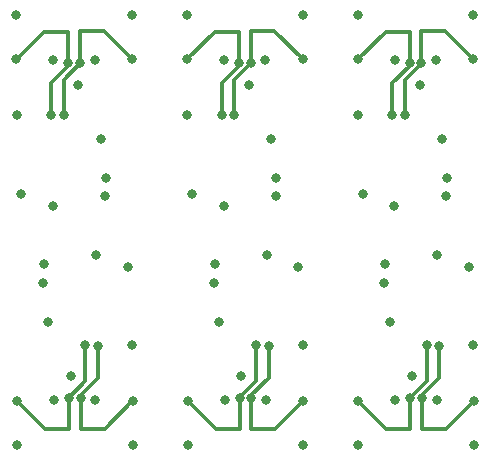
<source format=gbr>
%TF.GenerationSoftware,KiCad,Pcbnew,6.0.9-8da3e8f707~116~ubuntu20.04.1*%
%TF.CreationDate,2022-11-17T11:37:03+01:00*%
%TF.ProjectId,panel_sensor,70616e65-6c5f-4736-956e-736f722e6b69,rev?*%
%TF.SameCoordinates,Original*%
%TF.FileFunction,Copper,L4,Bot*%
%TF.FilePolarity,Positive*%
%FSLAX46Y46*%
G04 Gerber Fmt 4.6, Leading zero omitted, Abs format (unit mm)*
G04 Created by KiCad (PCBNEW 6.0.9-8da3e8f707~116~ubuntu20.04.1) date 2022-11-17 11:37:03*
%MOMM*%
%LPD*%
G01*
G04 APERTURE LIST*
%TA.AperFunction,ViaPad*%
%ADD10C,0.800000*%
%TD*%
%TA.AperFunction,Conductor*%
%ADD11C,0.300000*%
%TD*%
G04 APERTURE END LIST*
D10*
%TO.N,Board_0-+3V3*%
X24340000Y-25960000D03*
X27450000Y-21310000D03*
X27410000Y-33600000D03*
X34090000Y-17510000D03*
X24310000Y-17500000D03*
X31875000Y-31275000D03*
%TO.N,Board_0-GND*%
X24725000Y-32625000D03*
X31804000Y-32824000D03*
X31450000Y-27930000D03*
X29550000Y-23400000D03*
X30950000Y-21300000D03*
%TO.N,Board_0-SCL*%
X34090000Y-21230000D03*
X29700000Y-21500000D03*
X28300000Y-25950000D03*
%TO.N,Board_0-SDA*%
X28700000Y-21500000D03*
X24310000Y-21230000D03*
X27244696Y-25945350D03*
%TO.N,Board_1-+3V3*%
X38790000Y-25960000D03*
X41900000Y-21310000D03*
X41860000Y-33600000D03*
X48540000Y-17510000D03*
X38760000Y-17500000D03*
X46325000Y-31275000D03*
%TO.N,Board_1-GND*%
X39175000Y-32625000D03*
X46254000Y-32824000D03*
X45900000Y-27930000D03*
X44000000Y-23400000D03*
X45400000Y-21300000D03*
%TO.N,Board_1-SCL*%
X48540000Y-21230000D03*
X44150000Y-21500000D03*
X42750000Y-25950000D03*
%TO.N,Board_1-SDA*%
X43150000Y-21500000D03*
X38760000Y-21230000D03*
X41694696Y-25945350D03*
%TO.N,Board_2-+3V3*%
X53240000Y-25960000D03*
X56350000Y-21310000D03*
X56310000Y-33600000D03*
X62990000Y-17510000D03*
X53210000Y-17500000D03*
X60775000Y-31275000D03*
%TO.N,Board_2-GND*%
X53625000Y-32625000D03*
X60704000Y-32824000D03*
X60350000Y-27930000D03*
X58450000Y-23400000D03*
X59850000Y-21300000D03*
%TO.N,Board_2-SCL*%
X62990000Y-21230000D03*
X58600000Y-21500000D03*
X57200000Y-25950000D03*
%TO.N,Board_2-SDA*%
X57600000Y-21500000D03*
X53210000Y-21230000D03*
X56144696Y-25945350D03*
%TO.N,Board_3-+3V3*%
X34110000Y-45440000D03*
X31000000Y-50090000D03*
X31040000Y-37800000D03*
X24360000Y-53890000D03*
X34140000Y-53900000D03*
X26575000Y-40125000D03*
%TO.N,Board_3-GND*%
X33725000Y-38775000D03*
X26646000Y-38576000D03*
X27000000Y-43470000D03*
X28900000Y-48000000D03*
X27500000Y-50100000D03*
%TO.N,Board_3-SCL*%
X24360000Y-50170000D03*
X28750000Y-49900000D03*
X30150000Y-45450000D03*
%TO.N,Board_3-SDA*%
X29750000Y-49900000D03*
X34140000Y-50170000D03*
X31205304Y-45454650D03*
%TO.N,Board_4-+3V3*%
X48560000Y-45440000D03*
X45450000Y-50090000D03*
X45490000Y-37800000D03*
X38810000Y-53890000D03*
X48590000Y-53900000D03*
X41025000Y-40125000D03*
%TO.N,Board_4-GND*%
X48175000Y-38775000D03*
X41096000Y-38576000D03*
X41450000Y-43470000D03*
X43350000Y-48000000D03*
X41950000Y-50100000D03*
%TO.N,Board_4-SCL*%
X38810000Y-50170000D03*
X43200000Y-49900000D03*
X44600000Y-45450000D03*
%TO.N,Board_4-SDA*%
X44200000Y-49900000D03*
X48590000Y-50170000D03*
X45655304Y-45454650D03*
%TO.N,Board_5-+3V3*%
X63010000Y-45440000D03*
X59900000Y-50090000D03*
X59940000Y-37800000D03*
X53260000Y-53890000D03*
X63040000Y-53900000D03*
X55475000Y-40125000D03*
%TO.N,Board_5-GND*%
X62625000Y-38775000D03*
X55546000Y-38576000D03*
X55900000Y-43470000D03*
X57800000Y-48000000D03*
X56400000Y-50100000D03*
%TO.N,Board_5-SCL*%
X53260000Y-50170000D03*
X57650000Y-49900000D03*
X59050000Y-45450000D03*
%TO.N,Board_5-SDA*%
X58650000Y-49900000D03*
X63040000Y-50170000D03*
X60105304Y-45454650D03*
%TD*%
D11*
%TO.N,Board_0-SCL*%
X28300000Y-22960000D02*
X28300661Y-22960000D01*
X31710000Y-18850000D02*
X34090000Y-21230000D01*
X28300000Y-22970000D02*
X28300000Y-22960000D01*
X29700000Y-21500000D02*
X29700000Y-18850000D01*
X28300000Y-23439339D02*
X28300000Y-22970000D01*
X28300661Y-22960000D02*
X29720000Y-21540661D01*
X29700000Y-18850000D02*
X31710000Y-18850000D01*
X28300000Y-25950000D02*
X28300000Y-23439339D01*
%TO.N,Board_0-SDA*%
X27244696Y-25945350D02*
X27244696Y-23205304D01*
X28700000Y-18880000D02*
X26670000Y-18880000D01*
X26670000Y-18880000D02*
X24320000Y-21230000D01*
X28700000Y-21500000D02*
X28700000Y-18880000D01*
X28700000Y-21750000D02*
X28700000Y-21500000D01*
X27244696Y-23205304D02*
X28700000Y-21750000D01*
%TO.N,Board_1-SCL*%
X42750000Y-22960000D02*
X42750661Y-22960000D01*
X46160000Y-18850000D02*
X48540000Y-21230000D01*
X42750000Y-22970000D02*
X42750000Y-22960000D01*
X44150000Y-21500000D02*
X44150000Y-18850000D01*
X42750000Y-23439339D02*
X42750000Y-22970000D01*
X42750661Y-22960000D02*
X44170000Y-21540661D01*
X44150000Y-18850000D02*
X46160000Y-18850000D01*
X42750000Y-25950000D02*
X42750000Y-23439339D01*
%TO.N,Board_1-SDA*%
X41694696Y-25945350D02*
X41694696Y-23205304D01*
X43150000Y-18880000D02*
X41120000Y-18880000D01*
X41120000Y-18880000D02*
X38770000Y-21230000D01*
X43150000Y-21500000D02*
X43150000Y-18880000D01*
X43150000Y-21750000D02*
X43150000Y-21500000D01*
X41694696Y-23205304D02*
X43150000Y-21750000D01*
%TO.N,Board_2-SCL*%
X57200000Y-22960000D02*
X57200661Y-22960000D01*
X60610000Y-18850000D02*
X62990000Y-21230000D01*
X57200000Y-22970000D02*
X57200000Y-22960000D01*
X58600000Y-21500000D02*
X58600000Y-18850000D01*
X57200000Y-23439339D02*
X57200000Y-22970000D01*
X57200661Y-22960000D02*
X58620000Y-21540661D01*
X58600000Y-18850000D02*
X60610000Y-18850000D01*
X57200000Y-25950000D02*
X57200000Y-23439339D01*
%TO.N,Board_2-SDA*%
X56144696Y-25945350D02*
X56144696Y-23205304D01*
X57600000Y-18880000D02*
X55570000Y-18880000D01*
X55570000Y-18880000D02*
X53220000Y-21230000D01*
X57600000Y-21500000D02*
X57600000Y-18880000D01*
X57600000Y-21750000D02*
X57600000Y-21500000D01*
X56144696Y-23205304D02*
X57600000Y-21750000D01*
%TO.N,Board_3-SCL*%
X30150000Y-48440000D02*
X30149339Y-48440000D01*
X26740000Y-52550000D02*
X24360000Y-50170000D01*
X30150000Y-48430000D02*
X30150000Y-48440000D01*
X28750000Y-49900000D02*
X28750000Y-52550000D01*
X30150000Y-47960661D02*
X30150000Y-48430000D01*
X30149339Y-48440000D02*
X28730000Y-49859339D01*
X28750000Y-52550000D02*
X26740000Y-52550000D01*
X30150000Y-45450000D02*
X30150000Y-47960661D01*
%TO.N,Board_3-SDA*%
X31205304Y-45454650D02*
X31205304Y-48194696D01*
X29750000Y-52520000D02*
X31780000Y-52520000D01*
X31780000Y-52520000D02*
X34130000Y-50170000D01*
X29750000Y-49900000D02*
X29750000Y-52520000D01*
X29750000Y-49650000D02*
X29750000Y-49900000D01*
X31205304Y-48194696D02*
X29750000Y-49650000D01*
%TO.N,Board_4-SCL*%
X44600000Y-48440000D02*
X44599339Y-48440000D01*
X41190000Y-52550000D02*
X38810000Y-50170000D01*
X44600000Y-48430000D02*
X44600000Y-48440000D01*
X43200000Y-49900000D02*
X43200000Y-52550000D01*
X44600000Y-47960661D02*
X44600000Y-48430000D01*
X44599339Y-48440000D02*
X43180000Y-49859339D01*
X43200000Y-52550000D02*
X41190000Y-52550000D01*
X44600000Y-45450000D02*
X44600000Y-47960661D01*
%TO.N,Board_4-SDA*%
X45655304Y-45454650D02*
X45655304Y-48194696D01*
X44200000Y-52520000D02*
X46230000Y-52520000D01*
X46230000Y-52520000D02*
X48580000Y-50170000D01*
X44200000Y-49900000D02*
X44200000Y-52520000D01*
X44200000Y-49650000D02*
X44200000Y-49900000D01*
X45655304Y-48194696D02*
X44200000Y-49650000D01*
%TO.N,Board_5-SCL*%
X59050000Y-48440000D02*
X59049339Y-48440000D01*
X55640000Y-52550000D02*
X53260000Y-50170000D01*
X59050000Y-48430000D02*
X59050000Y-48440000D01*
X57650000Y-49900000D02*
X57650000Y-52550000D01*
X59050000Y-47960661D02*
X59050000Y-48430000D01*
X59049339Y-48440000D02*
X57630000Y-49859339D01*
X57650000Y-52550000D02*
X55640000Y-52550000D01*
X59050000Y-45450000D02*
X59050000Y-47960661D01*
%TO.N,Board_5-SDA*%
X60105304Y-45454650D02*
X60105304Y-48194696D01*
X58650000Y-52520000D02*
X60680000Y-52520000D01*
X60680000Y-52520000D02*
X63030000Y-50170000D01*
X58650000Y-49900000D02*
X58650000Y-52520000D01*
X58650000Y-49650000D02*
X58650000Y-49900000D01*
X60105304Y-48194696D02*
X58650000Y-49650000D01*
%TD*%
M02*

</source>
